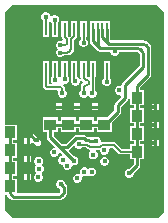
<source format=gbl>
G04*
G04 #@! TF.GenerationSoftware,Altium Limited,Altium Designer,22.2.1 (43)*
G04*
G04 Layer_Physical_Order=4*
G04 Layer_Color=16711680*
%FSLAX25Y25*%
%MOIN*%
G70*
G04*
G04 #@! TF.SameCoordinates,4B28361B-3754-4690-972C-136B69916877*
G04*
G04*
G04 #@! TF.FilePolarity,Positive*
G04*
G01*
G75*
%ADD11C,0.00600*%
%ADD15R,0.03858X0.03661*%
%ADD17C,0.01772*%
%ADD18C,0.01000*%
%ADD19R,0.03661X0.03858*%
%ADD20R,0.00906X0.03937*%
%ADD21C,0.00925*%
G36*
X57000Y74500D02*
Y8000D01*
X55000Y6000D01*
X6500D01*
X4000Y8500D01*
Y13540D01*
X4500Y13640D01*
X4674Y13220D01*
X5101Y12664D01*
X5657Y12237D01*
X6305Y11969D01*
X7000Y11877D01*
Y11878D01*
X22000D01*
Y11878D01*
X22679Y11967D01*
X23311Y12229D01*
X23854Y12646D01*
X24271Y13189D01*
X24533Y13821D01*
X24622Y14500D01*
X24622D01*
Y15838D01*
X24655Y16007D01*
X24479Y16893D01*
X23978Y17643D01*
X23886Y17705D01*
X23760Y18007D01*
X23342Y18425D01*
X22796Y18651D01*
X22205D01*
X21659Y18425D01*
X21241Y18007D01*
X21015Y17461D01*
Y16870D01*
X21241Y16324D01*
X21659Y15906D01*
X22205Y15679D01*
X22378D01*
Y14500D01*
X22379Y14499D01*
X22268Y14232D01*
X22001Y14121D01*
X22000Y14121D01*
X7899D01*
Y19029D01*
X6559D01*
Y19971D01*
X7836D01*
Y25029D01*
X6559D01*
Y25971D01*
X7868D01*
Y31029D01*
X6559D01*
Y31971D01*
X7868D01*
Y37029D01*
X4000D01*
Y74500D01*
X6500Y77000D01*
X54500D01*
X57000Y74500D01*
D02*
G37*
%LPC*%
G36*
X17796Y74486D02*
X17204D01*
X16658Y74260D01*
X16240Y73842D01*
X16014Y73296D01*
Y72704D01*
X16240Y72158D01*
X16444Y71954D01*
X16424Y71454D01*
X16424D01*
Y66317D01*
X18529D01*
Y71365D01*
X18588Y71426D01*
X19134Y71342D01*
X19179Y71306D01*
X19240Y71158D01*
X19573Y70825D01*
Y66317D01*
X21679D01*
Y71078D01*
X21760Y71158D01*
X21986Y71704D01*
Y72296D01*
X21760Y72842D01*
X21342Y73260D01*
X20796Y73486D01*
X20204D01*
X19658Y73260D01*
X19486Y73087D01*
X18986Y73294D01*
Y73296D01*
X18760Y73842D01*
X18342Y74260D01*
X17796Y74486D01*
D02*
G37*
G36*
X27978Y71454D02*
X25872D01*
Y66670D01*
X25590Y66388D01*
X25250Y66204D01*
X24910Y66388D01*
X24828Y66469D01*
Y71454D01*
X22723D01*
Y66317D01*
X22844D01*
Y66239D01*
X22913Y65888D01*
X23112Y65590D01*
X23256Y65447D01*
X23275Y65402D01*
X23249Y65262D01*
X22682Y64956D01*
X22670Y64961D01*
X22079D01*
X21533Y64734D01*
X21115Y64316D01*
X20889Y63770D01*
Y63179D01*
X21115Y62633D01*
X21475Y62274D01*
X21079Y61878D01*
X20853Y61331D01*
Y60740D01*
X21079Y60194D01*
X21497Y59776D01*
X22043Y59550D01*
X22634D01*
X23180Y59776D01*
X23522Y60118D01*
X24536D01*
Y60089D01*
X25458Y60273D01*
X26240Y60795D01*
X26763Y61577D01*
X26946Y62500D01*
X26918D01*
Y65120D01*
X27612Y65814D01*
X27810Y66111D01*
X27851Y66317D01*
X27978D01*
Y71454D01*
D02*
G37*
G36*
X31128D02*
X29022D01*
Y66317D01*
X29160D01*
Y65507D01*
X28820Y65168D01*
X28594Y64622D01*
Y64030D01*
X28820Y63484D01*
X29238Y63066D01*
X29784Y62840D01*
X30375D01*
X30921Y63066D01*
X31339Y63484D01*
X31566Y64030D01*
Y64622D01*
X31339Y65168D01*
X30995Y65512D01*
Y66317D01*
X31128D01*
Y71454D01*
D02*
G37*
G36*
X39002Y58069D02*
X36896D01*
Y52931D01*
X36896D01*
X36874Y52441D01*
X36606Y52173D01*
X36379Y51627D01*
Y51035D01*
X36606Y50489D01*
X37024Y50071D01*
X37570Y49845D01*
X38161D01*
X38707Y50071D01*
X39125Y50489D01*
X39351Y51035D01*
Y51627D01*
X39125Y52173D01*
X38866Y52431D01*
X38925Y52931D01*
X39002D01*
Y58069D01*
D02*
G37*
G36*
X24828D02*
X22723D01*
Y53114D01*
X22562Y52954D01*
X22512Y52831D01*
X22015Y52784D01*
X21679Y53141D01*
Y58069D01*
X19573D01*
Y53038D01*
X19377Y52842D01*
X19151Y52296D01*
Y51704D01*
X19377Y51158D01*
X19618Y50918D01*
X19411Y50418D01*
X18418D01*
Y52931D01*
X18529D01*
Y58069D01*
X16424D01*
Y52931D01*
X16582D01*
Y50000D01*
X16573D01*
X16681Y49454D01*
X16991Y48991D01*
X17454Y48681D01*
X18000Y48573D01*
Y48582D01*
X21328D01*
X21633Y48082D01*
X21514Y47796D01*
Y47205D01*
X21740Y46658D01*
X22158Y46240D01*
X22704Y46014D01*
X23296D01*
X23842Y46240D01*
X24260Y46658D01*
X24486Y47205D01*
Y47796D01*
X24260Y48342D01*
X24050Y48551D01*
X23927Y49000D01*
X23927D01*
X23819Y49546D01*
X23509Y50009D01*
X23310Y50142D01*
X23213Y50208D01*
X23469Y50638D01*
X23494Y50640D01*
X23526Y50626D01*
X24117D01*
X24664Y50852D01*
X25082Y51270D01*
X25308Y51816D01*
Y52407D01*
X25082Y52954D01*
X24828Y53207D01*
Y58069D01*
D02*
G37*
G36*
X34277D02*
X32172D01*
Y53038D01*
X31896Y52804D01*
X31695Y52717D01*
X31551Y52746D01*
X31128Y52931D01*
X31128Y53327D01*
Y58069D01*
X29022D01*
Y53135D01*
X29022Y52931D01*
X29022D01*
X29192Y52562D01*
X29184Y52380D01*
X28791Y52201D01*
X28743Y52226D01*
X28653Y52342D01*
X28629Y52365D01*
X28235Y52760D01*
X27978Y52931D01*
Y58069D01*
X25872D01*
Y52931D01*
X26008D01*
Y52285D01*
X26041Y52117D01*
X25908Y51796D01*
Y51204D01*
X26134Y50658D01*
X26552Y50240D01*
X27098Y50014D01*
X27689D01*
X28235Y50240D01*
X28653Y50658D01*
X28879Y51204D01*
X28879Y51796D01*
X28886Y51800D01*
X28879Y51796D01*
X28879Y51518D01*
X28913Y51796D01*
X29529Y51709D01*
X29686Y51474D01*
X29872Y51350D01*
Y50850D01*
X29686Y50726D01*
X29310Y50163D01*
X29178Y49500D01*
X29194D01*
Y48613D01*
X28888Y48307D01*
X28662Y47761D01*
Y47170D01*
X28888Y46624D01*
X29306Y46206D01*
X29852Y45980D01*
X30443D01*
X30989Y46206D01*
X31260Y46477D01*
X31574Y46573D01*
X31888Y46477D01*
X32158Y46206D01*
X32704Y45980D01*
X33296D01*
X33842Y46206D01*
X34260Y46624D01*
X34486Y47170D01*
Y47761D01*
X34260Y48307D01*
X34030Y48537D01*
Y52931D01*
X34277D01*
Y58069D01*
D02*
G37*
G36*
X39002Y71454D02*
X32172D01*
Y69039D01*
X32141Y68886D01*
Y64776D01*
X32223Y64361D01*
X32458Y64010D01*
X34834Y61634D01*
X35185Y61399D01*
X35600Y61317D01*
X37408D01*
X37600Y61278D01*
X39014D01*
Y61204D01*
X39240Y60658D01*
X39658Y60240D01*
X40205Y60014D01*
X40795D01*
X41342Y60240D01*
X41760Y60658D01*
X41986Y61204D01*
Y61278D01*
X48000D01*
Y61265D01*
X48293Y61207D01*
X48541Y61041D01*
X48706Y60793D01*
X48765Y60500D01*
X48778D01*
Y56665D01*
X43207Y51093D01*
X42964Y50729D01*
X42878Y50300D01*
X42878Y50300D01*
Y50286D01*
X42378Y49951D01*
X42296Y49986D01*
X41704D01*
X41158Y49760D01*
X40740Y49342D01*
X40514Y48796D01*
Y48204D01*
X40740Y47658D01*
X41158Y47240D01*
X41704Y47014D01*
X42296D01*
X42662Y46679D01*
X42694Y46280D01*
X40707Y44293D01*
X40464Y43929D01*
X40378Y43500D01*
X40378Y43500D01*
Y41835D01*
X37943Y39399D01*
X34471D01*
Y38090D01*
X33529D01*
Y39431D01*
X28471D01*
Y38090D01*
X27529D01*
Y39431D01*
X22471D01*
Y38090D01*
X21529D01*
Y39399D01*
X16471D01*
Y34538D01*
X17878D01*
Y32748D01*
X17878Y32748D01*
X17964Y32318D01*
X18207Y31954D01*
X20451Y29711D01*
X20244Y29210D01*
X20035D01*
X19489Y28984D01*
X19071Y28566D01*
X18845Y28020D01*
Y27429D01*
X19071Y26883D01*
X19489Y26465D01*
X20035Y26239D01*
X20626D01*
X21172Y26465D01*
X21590Y26883D01*
X21816Y27429D01*
Y27638D01*
X22317Y27845D01*
X22986Y27175D01*
X22911Y26891D01*
X22801Y26653D01*
X22307Y26449D01*
X21889Y26031D01*
X21663Y25485D01*
Y24894D01*
X21889Y24348D01*
X22307Y23930D01*
X22853Y23704D01*
X23185D01*
X23205Y23674D01*
Y23083D01*
X23431Y22536D01*
X23849Y22118D01*
X24395Y21892D01*
X24986D01*
X25532Y22118D01*
X25951Y22536D01*
X26169Y23063D01*
X26305Y23315D01*
X26520Y23459D01*
X27111D01*
X27657Y23685D01*
X28075Y24103D01*
X28301Y24649D01*
Y25240D01*
X28075Y25786D01*
X27657Y26204D01*
X27111Y26430D01*
X26904D01*
X25281Y28052D01*
X25387Y28653D01*
X25519Y28741D01*
X26622Y29844D01*
X27212Y29727D01*
X27240Y29658D01*
X27658Y29240D01*
X28205Y29014D01*
X28795D01*
X29342Y29240D01*
X29566Y29465D01*
X30940D01*
X31437Y28968D01*
X31735Y28769D01*
X32086Y28699D01*
X32301D01*
X32422Y28300D01*
X32427Y28199D01*
X32029Y27800D01*
X31803Y27254D01*
Y26663D01*
X32029Y26117D01*
X32447Y25699D01*
X32993Y25473D01*
X33584D01*
X34130Y25699D01*
X34548Y26117D01*
X34774Y26663D01*
Y27254D01*
X34548Y27800D01*
X34149Y28199D01*
X34155Y28300D01*
X34276Y28699D01*
X35514D01*
Y28205D01*
X35740Y27658D01*
X36158Y27240D01*
X36704Y27014D01*
X37295D01*
X37842Y27240D01*
X38260Y27658D01*
X38486Y28205D01*
Y28795D01*
X38456Y28868D01*
X38790Y29368D01*
X39834D01*
X41851Y27351D01*
X42149Y27152D01*
X42500Y27082D01*
X45506D01*
Y25471D01*
X46784D01*
Y23870D01*
X45200Y22286D01*
X45004D01*
X44458Y22060D01*
X44040Y21642D01*
X43814Y21096D01*
Y20504D01*
X44040Y19958D01*
X44458Y19540D01*
X45004Y19314D01*
X45595D01*
X46142Y19540D01*
X46560Y19958D01*
X46786Y20504D01*
Y20700D01*
X48698Y22612D01*
X48699Y22612D01*
X48942Y22976D01*
X49027Y23405D01*
Y25471D01*
X50368D01*
Y30529D01*
X49027D01*
Y31471D01*
X50368D01*
Y36529D01*
X49027D01*
Y37471D01*
X50368D01*
Y42529D01*
X49027D01*
Y43471D01*
X50336D01*
Y48529D01*
X49035D01*
Y49449D01*
X52293Y52707D01*
X52293Y52707D01*
X52536Y53071D01*
X52622Y53500D01*
X52622Y53500D01*
Y62500D01*
X52622D01*
X52533Y63179D01*
X52271Y63811D01*
X51854Y64354D01*
X51311Y64771D01*
X50679Y65033D01*
X50000Y65122D01*
Y65122D01*
X39032D01*
Y68886D01*
X39002Y69039D01*
Y71454D01*
D02*
G37*
G36*
X37000Y44153D02*
X19000D01*
X18571Y44068D01*
X18207Y43825D01*
X17964Y43461D01*
X17878Y43031D01*
X17964Y42602D01*
X18207Y42238D01*
X18571Y41995D01*
X19000Y41910D01*
X37000D01*
X37429Y41995D01*
X37793Y42238D01*
X38036Y42602D01*
X38122Y43031D01*
X38036Y43461D01*
X37793Y43825D01*
X37429Y44068D01*
X37000Y44153D01*
D02*
G37*
G36*
X11500Y35523D02*
X11071Y35438D01*
X10707Y35195D01*
X10464Y34831D01*
X10378Y34402D01*
X10378Y34402D01*
Y28500D01*
Y16532D01*
X10464Y16102D01*
X10707Y15738D01*
X11071Y15495D01*
X11500Y15410D01*
X11929Y15495D01*
X12293Y15738D01*
X12536Y16102D01*
X12622Y16532D01*
Y28500D01*
Y31041D01*
X13083Y31232D01*
X14108Y30207D01*
X14472Y29964D01*
X14902Y29878D01*
X15331Y29964D01*
X15695Y30207D01*
X15938Y30571D01*
X16023Y31000D01*
X15938Y31429D01*
X15695Y31793D01*
X12293Y35195D01*
X11929Y35438D01*
X11500Y35523D01*
D02*
G37*
G36*
X53969Y47122D02*
X53539Y47036D01*
X53175Y46793D01*
X52932Y46429D01*
X52847Y46000D01*
Y28032D01*
X52932Y27602D01*
X53175Y27238D01*
X53539Y26995D01*
X53969Y26910D01*
X54398Y26995D01*
X54762Y27238D01*
X55005Y27602D01*
X55090Y28032D01*
Y46000D01*
X55005Y46429D01*
X54762Y46793D01*
X54398Y47036D01*
X53969Y47122D01*
D02*
G37*
G36*
X37367Y26263D02*
X36776D01*
X36230Y26037D01*
X35812Y25618D01*
X35586Y25072D01*
Y24481D01*
X35812Y23935D01*
X36230Y23517D01*
X36776Y23291D01*
X37367D01*
X37913Y23517D01*
X38331Y23935D01*
X38557Y24481D01*
Y25072D01*
X38331Y25618D01*
X37913Y26037D01*
X37367Y26263D01*
D02*
G37*
G36*
X30663Y22782D02*
X30072D01*
X29526Y22556D01*
X29108Y22138D01*
X28882Y21591D01*
Y21000D01*
X28923Y20901D01*
X28540Y20519D01*
X28314Y20613D01*
X27723D01*
X27176Y20386D01*
X26759Y19968D01*
X26532Y19422D01*
Y18831D01*
X26759Y18285D01*
X27176Y17867D01*
X27723Y17641D01*
X28314D01*
X28860Y17867D01*
X29278Y18285D01*
X29504Y18831D01*
Y19422D01*
X29463Y19521D01*
X29846Y19904D01*
X30072Y19810D01*
X30663D01*
X31209Y20036D01*
X31523Y20350D01*
X31897Y19976D01*
X32443Y19750D01*
X33034D01*
X33580Y19976D01*
X33998Y20394D01*
X34224Y20940D01*
Y21531D01*
X33998Y22078D01*
X33580Y22496D01*
X33034Y22722D01*
X32443D01*
X31897Y22496D01*
X31583Y22182D01*
X31209Y22556D01*
X30663Y22782D01*
D02*
G37*
G36*
X15441Y26340D02*
X14850D01*
X14304Y26114D01*
X13886Y25696D01*
X13660Y25150D01*
Y24558D01*
X13886Y24012D01*
X14304Y23594D01*
X14110Y23135D01*
X14067Y23092D01*
X13841Y22546D01*
Y21954D01*
X14067Y21408D01*
X14170Y21306D01*
X14158Y20760D01*
X13740Y20342D01*
X13514Y19796D01*
Y19204D01*
X13740Y18658D01*
X14158Y18240D01*
X14704Y18014D01*
X15296D01*
X15842Y18240D01*
X16260Y18658D01*
X16486Y19204D01*
Y19796D01*
X16260Y20342D01*
X16157Y20444D01*
X16169Y20990D01*
X16587Y21408D01*
X16813Y21954D01*
Y22546D01*
X16587Y23092D01*
X16169Y23510D01*
X16362Y23969D01*
X16405Y24012D01*
X16632Y24558D01*
Y25150D01*
X16405Y25696D01*
X15987Y26114D01*
X15441Y26340D01*
D02*
G37*
%LPD*%
G36*
X45427Y45415D02*
X45475Y45396D01*
Y43471D01*
X46784D01*
Y42529D01*
X45506D01*
Y37471D01*
X46784D01*
Y36529D01*
X45506D01*
Y31471D01*
X46784D01*
Y30529D01*
X45506D01*
Y28918D01*
X42880D01*
X40863Y30935D01*
X40565Y31134D01*
X40214Y31203D01*
X36307D01*
X36257Y31207D01*
X35845Y31631D01*
Y31825D01*
X35619Y32371D01*
X35201Y32789D01*
X34655Y33015D01*
X34064D01*
X33541Y32799D01*
X32359D01*
X32329Y32819D01*
X31900Y32904D01*
X31900Y32904D01*
X31287D01*
X30913Y33279D01*
X30549Y33522D01*
X30119Y33607D01*
X30119Y33607D01*
X27678D01*
X27677Y33607D01*
X27248Y33522D01*
X26884Y33279D01*
X26884Y33279D01*
X24261Y30656D01*
X22678D01*
X20121Y33212D01*
Y34538D01*
X21529D01*
Y35847D01*
X22471D01*
Y34569D01*
X27529D01*
Y35847D01*
X28471D01*
Y34569D01*
X33529D01*
Y35847D01*
X34471D01*
Y34538D01*
X39529D01*
Y37813D01*
X42293Y40577D01*
X42536Y40941D01*
X42622Y41370D01*
X42622Y41370D01*
Y43035D01*
X44793Y45207D01*
X44793Y45207D01*
X44975Y45479D01*
X45427Y45415D01*
D02*
G37*
D11*
X17500Y50000D02*
X18000Y49500D01*
X23000Y49000D02*
X22500Y49500D01*
X23975Y63475D02*
X24500Y64000D01*
X30911Y50300D02*
X30111Y49500D01*
X31112Y50300D02*
X31805Y50700D01*
Y51500D01*
X31112Y51900D01*
X30111Y52700D02*
X30911Y51900D01*
X24536Y61036D02*
X25571Y61465D01*
X26000Y62500D01*
X40214Y30286D02*
X42500Y28000D01*
X35591Y29617D02*
X36260Y30286D01*
X31320Y30383D02*
X32086Y29617D01*
X35591D01*
X36260Y30286D02*
X40214D01*
X17500Y50000D02*
Y55476D01*
X17476Y55500D02*
X17500Y55476D01*
X18000Y49500D02*
X22500D01*
X23000Y47500D02*
Y49000D01*
X20631Y52005D02*
Y55495D01*
X20626Y55500D02*
X20631Y55495D01*
Y52005D02*
X20637Y52000D01*
X20563Y68949D02*
Y71937D01*
X20500Y72000D02*
X20563Y71937D01*
X24500Y64000D02*
Y65500D01*
X22375Y63475D02*
X23975D01*
X23761Y68871D02*
X23776Y68886D01*
X23761Y66239D02*
Y68871D01*
X22338Y61036D02*
X24536D01*
X23761Y66239D02*
X24500Y65500D01*
X30111Y48002D02*
Y49500D01*
X30911Y50300D02*
X31112D01*
X30911Y51900D02*
X31112D01*
X30111Y52700D02*
Y53000D01*
Y47502D02*
Y48002D01*
Y53000D02*
Y55463D01*
X28617Y30383D02*
X31320D01*
X28500Y30500D02*
X28617Y30383D01*
X53969Y28032D02*
X54000Y28000D01*
X30077Y64328D02*
Y68883D01*
X30075Y68886D02*
X30077Y68883D01*
Y64328D02*
X30080Y64326D01*
X11500Y34402D02*
Y34500D01*
Y16532D02*
X11531Y16500D01*
X22501Y16848D02*
Y17165D01*
X17488Y72988D02*
X17500Y73000D01*
X17476Y68886D02*
X17488Y68898D01*
Y72988D01*
X20563Y68949D02*
X20626Y68886D01*
X26963Y66463D02*
Y68848D01*
X26000Y62500D02*
Y65500D01*
X26963Y66463D01*
X26925Y68886D02*
X26963Y68848D01*
X27394Y51500D02*
Y51817D01*
X26925Y52285D02*
X27394Y51817D01*
X26925Y52285D02*
Y55500D01*
X23799Y52135D02*
X23822Y52112D01*
X23776Y55500D02*
X23799Y55477D01*
Y52135D02*
Y55477D01*
X20562Y55564D02*
X20626Y55500D01*
X17476D02*
X17488Y55512D01*
X37907Y51373D02*
Y55458D01*
X37949Y55500D01*
X37865Y51331D02*
X37907Y51373D01*
X33000Y47466D02*
X33112Y47578D01*
Y55388D01*
X30111Y47502D02*
X30148Y47466D01*
X33112Y55388D02*
X33224Y55500D01*
X30075D02*
X30111Y55463D01*
X42500Y28000D02*
X47905D01*
D15*
X37000Y43031D02*
D03*
Y36968D02*
D03*
X19000Y43031D02*
D03*
Y36968D02*
D03*
X25000Y43063D02*
D03*
Y37000D02*
D03*
X31000Y43063D02*
D03*
Y37000D02*
D03*
D17*
X14649Y31848D02*
D03*
X47741Y19405D02*
D03*
X34359Y31530D02*
D03*
X37000Y28500D02*
D03*
X20331Y27725D02*
D03*
X53500Y13500D02*
D03*
Y15500D02*
D03*
Y17500D02*
D03*
X45000Y43000D02*
D03*
X45500Y66500D02*
D03*
X46000Y58000D02*
D03*
X9000Y25500D02*
D03*
X53500Y37000D02*
D03*
Y43000D02*
D03*
Y31000D02*
D03*
X9000Y31500D02*
D03*
Y19500D02*
D03*
X9500Y39000D02*
D03*
X15000Y49000D02*
D03*
X11879Y65001D02*
D03*
X19000Y65000D02*
D03*
Y59500D02*
D03*
X27500Y47000D02*
D03*
X36000D02*
D03*
X55000Y64000D02*
D03*
Y66500D02*
D03*
Y69000D02*
D03*
Y71500D02*
D03*
X42000Y75000D02*
D03*
X39500D02*
D03*
X37000D02*
D03*
X34500D02*
D03*
X13000D02*
D03*
X10500D02*
D03*
X8000D02*
D03*
X7000Y51500D02*
D03*
Y48500D02*
D03*
Y45500D02*
D03*
Y43000D02*
D03*
X15500Y10000D02*
D03*
X13000D02*
D03*
X10500D02*
D03*
X8000D02*
D03*
X37000D02*
D03*
X39500D02*
D03*
X42000D02*
D03*
X44500D02*
D03*
X53500Y19500D02*
D03*
X45000Y31000D02*
D03*
X23000Y47500D02*
D03*
X20637Y52000D02*
D03*
X20500Y72000D02*
D03*
X22375Y63475D02*
D03*
X22338Y61036D02*
D03*
X42000Y48500D02*
D03*
X30080Y64326D02*
D03*
X17500Y73000D02*
D03*
X27394Y51500D02*
D03*
X23822Y52112D02*
D03*
X15000Y19500D02*
D03*
X54628Y52307D02*
D03*
X42586Y52197D02*
D03*
X35417Y51445D02*
D03*
X37865Y51331D02*
D03*
X37000Y33652D02*
D03*
X33000Y47466D02*
D03*
X30148D02*
D03*
X15146Y24854D02*
D03*
X28018Y19127D02*
D03*
X30368Y21296D02*
D03*
X24691Y23378D02*
D03*
X23149Y25189D02*
D03*
X37194Y21500D02*
D03*
X37072Y24777D02*
D03*
X32739Y21236D02*
D03*
X26815Y24944D02*
D03*
X28500Y30500D02*
D03*
X33288Y26959D02*
D03*
X40500Y61500D02*
D03*
X45300Y20800D02*
D03*
X28559Y26648D02*
D03*
X15327Y22250D02*
D03*
X22501Y17165D02*
D03*
D18*
X23500Y15849D02*
X23273Y16714D01*
X22501Y17165D01*
X22000Y13000D02*
X23061Y13439D01*
X23500Y14500D01*
X5437Y14563D02*
X5895Y13458D01*
X7000Y13000D01*
X49900Y60500D02*
X49645Y61450D01*
X48950Y62146D01*
X48000Y62400D01*
X51500Y62500D02*
X51061Y63561D01*
X50000Y64000D01*
X14608Y31889D02*
X14649Y31848D01*
X14013Y31889D02*
X14608D01*
X11500Y34402D02*
X14013Y31889D01*
X34212Y31677D02*
X34359Y31530D01*
X30823Y31783D02*
X31900D01*
X32006Y31677D02*
X34212D01*
X31900Y31783D02*
X32006Y31677D01*
X25000Y36968D02*
X31000D01*
X37000D01*
X47905Y34000D02*
Y40000D01*
X19000Y36968D02*
X25000D01*
X47905Y40000D02*
Y46000D01*
Y28000D02*
Y34000D01*
X53969Y28032D02*
Y46000D01*
X19000Y43031D02*
X37000D01*
X11500Y28500D02*
Y34402D01*
Y16532D02*
Y28500D01*
X5437D02*
Y34500D01*
Y14563D02*
Y28500D01*
X23500Y14500D02*
Y15849D01*
X7000Y13000D02*
X22000D01*
X19000Y32748D02*
X22213Y29534D01*
X26803Y24944D01*
X26815D01*
X22213Y29534D02*
X24726D01*
X19000Y32748D02*
Y36968D01*
X24726Y29534D02*
X27677Y32486D01*
X37600Y62400D02*
X48000D01*
X47905Y23405D02*
Y28000D01*
X27677Y32486D02*
X30119D01*
X30823Y31783D01*
X37000Y36968D02*
X37098D01*
X41500Y41370D01*
Y43500D01*
X44000Y46000D01*
Y50300D01*
X49900Y56200D01*
Y60500D01*
X38500Y64000D02*
X50000D01*
X51500Y53500D02*
Y62500D01*
X47914Y49914D02*
X51500Y53500D01*
X37949Y64551D02*
X38500Y64000D01*
X47914Y46008D02*
Y49914D01*
X45300Y20800D02*
X47905Y23405D01*
D19*
X11500Y34500D02*
D03*
X5437D02*
D03*
X11500Y28500D02*
D03*
X5437D02*
D03*
X11468Y22500D02*
D03*
X5406D02*
D03*
X11531Y16500D02*
D03*
X5469D02*
D03*
X54000Y28000D02*
D03*
X47937D02*
D03*
X54000Y34000D02*
D03*
X47937D02*
D03*
X54000Y40000D02*
D03*
X47937D02*
D03*
X53969Y46000D02*
D03*
X47905D02*
D03*
D20*
X15902Y55500D02*
D03*
X17476D02*
D03*
X19051D02*
D03*
X20626D02*
D03*
X22201D02*
D03*
X23776D02*
D03*
X25350D02*
D03*
X26925D02*
D03*
X28500D02*
D03*
X30075D02*
D03*
X31650D02*
D03*
X34799D02*
D03*
X36374D02*
D03*
X37949D02*
D03*
X39524D02*
D03*
X41098D02*
D03*
X33224D02*
D03*
X41098Y68886D02*
D03*
X39524D02*
D03*
X37949D02*
D03*
X36374D02*
D03*
X34799D02*
D03*
X33224D02*
D03*
X31650D02*
D03*
X30075D02*
D03*
X28500D02*
D03*
X26925D02*
D03*
X25350D02*
D03*
X23776D02*
D03*
X22201D02*
D03*
X20626D02*
D03*
X19051D02*
D03*
X17476D02*
D03*
X15902D02*
D03*
D21*
X36374Y66126D02*
Y68886D01*
Y66126D02*
X37949Y64551D01*
X33224Y64776D02*
X34799Y63201D01*
Y68886D01*
Y63201D02*
X35600Y62400D01*
X37600D01*
X33224Y64776D02*
Y68886D01*
X37949Y64551D02*
Y68886D01*
M02*

</source>
